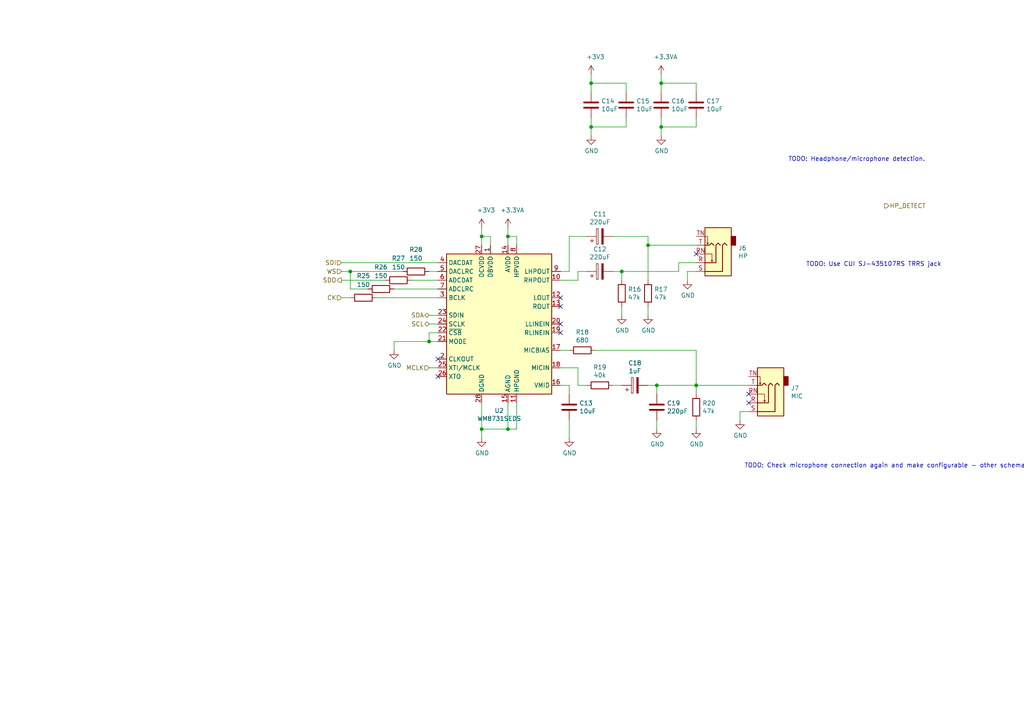
<source format=kicad_sch>
(kicad_sch (version 20201015) (generator eeschema)
  (page 1 7)
  (paper "A4")
  (lib_symbols
    (symbol "Audio:WM8731SEDS"
      (property "Reference" "U" (at -13.97 21.59 0))
      (property "Value" "WM8731SEDS" (at 0 5.08 0))
      (symbol "WM8731SEDS_0_1"
        (rectangle (start -15.24 20.32) (end 15.24 -20.32) (stroke (width 0.254)) (fill (type background)))
      )
      (symbol "WM8731SEDS_1_1"
        (pin power_in line (at -2.54 22.86 270) (length 2.54) (name "DBVDD") (number "1"))
        (pin output line (at 17.78 12.7 180) (length 2.54) (name "RHPOUT") (number "10"))
        (pin power_in line (at 5.08 -22.86 90) (length 2.54) (name "HPGND") (number "11"))
        (pin output line (at 17.78 7.62 180) (length 2.54) (name "LOUT") (number "12"))
        (pin output line (at 17.78 5.08 180) (length 2.54) (name "ROUT") (number "13"))
        (pin power_in line (at 2.54 22.86 270) (length 2.54) (name "AVDD") (number "14"))
        (pin power_in line (at 2.54 -22.86 90) (length 2.54) (name "AGND") (number "15"))
        (pin passive line (at 17.78 -17.78 180) (length 2.54) (name "VMID") (number "16"))
        (pin output line (at 17.78 -7.62 180) (length 2.54) (name "MICBIAS") (number "17"))
        (pin input line (at 17.78 -12.7 180) (length 2.54) (name "MICIN") (number "18"))
        (pin input line (at 17.78 -2.54 180) (length 2.54) (name "RLINEIN") (number "19"))
        (pin output line (at -17.78 -10.16 0) (length 2.54) (name "CLKOUT") (number "2"))
        (pin input line (at 17.78 0 180) (length 2.54) (name "LLINEIN") (number "20"))
        (pin input line (at -17.78 -5.08 0) (length 2.54) (name "MODE") (number "21"))
        (pin input line (at -17.78 -2.54 0) (length 2.54) (name "~CSB") (number "22"))
        (pin bidirectional line (at -17.78 2.54 0) (length 2.54) (name "SDIN") (number "23"))
        (pin input line (at -17.78 0 0) (length 2.54) (name "SCLK") (number "24"))
        (pin input line (at -17.78 -12.7 0) (length 2.54) (name "XTI/MCLK") (number "25"))
        (pin output line (at -17.78 -15.24 0) (length 2.54) (name "XTO") (number "26"))
        (pin power_in line (at -5.08 22.86 270) (length 2.54) (name "DCVDD") (number "27"))
        (pin power_in line (at -5.08 -22.86 90) (length 2.54) (name "DGND") (number "28"))
        (pin bidirectional line (at -17.78 7.62 0) (length 2.54) (name "BCLK") (number "3"))
        (pin input line (at -17.78 17.78 0) (length 2.54) (name "DACDAT") (number "4"))
        (pin bidirectional line (at -17.78 15.24 0) (length 2.54) (name "DACLRC") (number "5"))
        (pin output line (at -17.78 12.7 0) (length 2.54) (name "ADCDAT") (number "6"))
        (pin bidirectional line (at -17.78 10.16 0) (length 2.54) (name "ADCLRC") (number "7"))
        (pin power_in line (at 5.08 22.86 270) (length 2.54) (name "HPVDD") (number "8"))
        (pin output line (at 17.78 15.24 180) (length 2.54) (name "LHPOUT") (number "9"))
      )
    )
    (symbol "Connector:AudioJack3_SwitchTR"
      (property "Reference" "J" (at 0 8.89 0))
      (property "Value" "AudioJack3_SwitchTR" (at 0 6.35 0))
      (symbol "AudioJack3_SwitchTR_0_1"
        (rectangle (start -5.08 -5.08) (end -6.35 -7.62) (stroke (width 0.254)) (fill (type outline)))
        (rectangle (start 2.54 3.81) (end -5.08 -10.16) (stroke (width 0.254)) (fill (type background)))
        (polyline (pts (xy 0.508 -0.254) (xy 0.762 -0.762)))
        (polyline (pts (xy 1.778 -5.334) (xy 2.032 -5.842)))
        (polyline (pts (xy 0 -5.08) (xy 0.635 -5.715) (xy 1.27 -5.08) (xy 2.54 -5.08)) (stroke (width 0.254)))
        (polyline (pts (xy 2.54 -7.62) (xy 1.778 -7.62) (xy 1.778 -5.334) (xy 1.524 -5.842)))
        (polyline (pts (xy 2.54 -2.54) (xy 0.508 -2.54) (xy 0.508 -0.254) (xy 0.254 -0.762)))
        (polyline (pts (xy -1.905 -5.08) (xy -1.27 -5.715) (xy -0.635 -5.08) (xy -0.635 0) (xy 2.54 0)) (stroke (width 0.254)))
        (polyline (pts (xy 2.54 2.54) (xy -2.54 2.54) (xy -2.54 -5.08) (xy -3.175 -5.715) (xy -3.81 -5.08)) (stroke (width 0.254)))
      )
      (symbol "AudioJack3_SwitchTR_1_1"
        (pin passive line (at 5.08 0 180) (length 2.54) (name "~") (number "R"))
        (pin passive line (at 5.08 -2.54 180) (length 2.54) (name "~") (number "RN"))
        (pin passive line (at 5.08 2.54 180) (length 2.54) (name "~") (number "S"))
        (pin passive line (at 5.08 -5.08 180) (length 2.54) (name "~") (number "T"))
        (pin passive line (at 5.08 -7.62 180) (length 2.54) (name "~") (number "TN"))
      )
    )
    (symbol "Device:C" (pin_numbers hide) (pin_names (offset 0.254))
      (property "Reference" "C" (at 0.635 2.54 0))
      (property "Value" "C" (at 0.635 -2.54 0))
      (symbol "C_0_1"
        (polyline (pts (xy -2.032 -0.762) (xy 2.032 -0.762)) (stroke (width 0.508)))
        (polyline (pts (xy -2.032 0.762) (xy 2.032 0.762)) (stroke (width 0.508)))
      )
      (symbol "C_1_1"
        (pin passive line (at 0 3.81 270) (length 2.794) (name "~") (number "1"))
        (pin passive line (at 0 -3.81 90) (length 2.794) (name "~") (number "2"))
      )
    )
    (symbol "Device:C_Polarized" (pin_numbers hide) (pin_names (offset 0.254))
      (property "Reference" "C" (at 0.635 2.54 0))
      (property "Value" "C_Polarized" (at 0.635 -2.54 0))
      (symbol "C_Polarized_0_1"
        (rectangle (start -2.286 0.508) (end 2.286 1.016))
        (rectangle (start 2.286 -0.508) (end -2.286 -1.016) (fill (type outline)))
        (polyline (pts (xy -1.778 2.286) (xy -0.762 2.286)))
        (polyline (pts (xy -1.27 2.794) (xy -1.27 1.778)))
      )
      (symbol "C_Polarized_1_1"
        (pin passive line (at 0 3.81 270) (length 2.794) (name "~") (number "1"))
        (pin passive line (at 0 -3.81 90) (length 2.794) (name "~") (number "2"))
      )
    )
    (symbol "Device:R" (pin_numbers hide) (pin_names (offset 0))
      (property "Reference" "R" (at 2.032 0 90))
      (property "Value" "R" (at 0 0 90))
      (symbol "R_0_1"
        (rectangle (start -1.016 -2.54) (end 1.016 2.54) (stroke (width 0.254)))
      )
      (symbol "R_1_1"
        (pin passive line (at 0 3.81 270) (length 1.27) (name "~") (number "1"))
        (pin passive line (at 0 -3.81 90) (length 1.27) (name "~") (number "2"))
      )
    )
    (symbol "power:+3.3VA" (power) (pin_names (offset 0))
      (property "Value" "+3.3VA" (at 0 3.556 0))
      (symbol "+3.3VA_0_1"
        (polyline (pts (xy -0.762 1.27) (xy 0 2.54)))
        (polyline (pts (xy 0 0) (xy 0 2.54)))
        (polyline (pts (xy 0 2.54) (xy 0.762 1.27)))
      )
      (symbol "+3.3VA_1_1"
        (pin power_in line (at 0 0 90) (length 0) hide (name "+3.3VA") (number "1"))
      )
    )
    (symbol "power:+3V3" (power) (pin_names (offset 0))
      (property "Value" "+3V3" (at 0 3.556 0))
      (symbol "+3V3_0_1"
        (polyline (pts (xy -0.762 1.27) (xy 0 2.54)))
        (polyline (pts (xy 0 0) (xy 0 2.54)))
        (polyline (pts (xy 0 2.54) (xy 0.762 1.27)))
      )
      (symbol "+3V3_1_1"
        (pin power_in line (at 0 0 90) (length 0) hide (name "+3V3") (number "1"))
      )
    )
    (symbol "power:GND" (power) (pin_names (offset 0))
      (property "Value" "GND" (at 0 -3.81 0))
      (symbol "GND_0_1"
        (polyline (pts (xy 0 0) (xy 0 -1.27) (xy 1.27 -1.27) (xy 0 -2.54) (xy -1.27 -1.27) (xy 0 -1.27)))
      )
      (symbol "GND_1_1"
        (pin power_in line (at 0 0 270) (length 0) hide (name "GND") (number "1"))
      )
    )
  )
  (junction (at 101.6 78.74) (diameter 0.9144))
  (junction (at 124.46 99.06) (diameter 0.9144))
  (junction (at 139.7 68.58) (diameter 0.9144))
  (junction (at 139.7 124.46) (diameter 0.9144))
  (junction (at 147.32 68.58) (diameter 0.9144))
  (junction (at 147.32 124.46) (diameter 0.9144))
  (junction (at 171.45 24.13) (diameter 0.9144))
  (junction (at 171.45 36.83) (diameter 0.9144))
  (junction (at 180.34 78.74) (diameter 0.9144))
  (junction (at 187.96 71.12) (diameter 0.9144))
  (junction (at 190.5 111.76) (diameter 0.9144))
  (junction (at 191.77 24.13) (diameter 0.9144))
  (junction (at 191.77 36.83) (diameter 0.9144))
  (junction (at 201.93 111.76) (diameter 0.9144))
  (no_connect (at 162.56 88.9))
  (no_connect (at 201.93 73.66))
  (no_connect (at 162.56 93.98))
  (no_connect (at 162.56 96.52))
  (no_connect (at 162.56 86.36))
  (no_connect (at 217.17 116.84))
  (no_connect (at 217.17 114.3))
  (no_connect (at 127 109.22))
  (no_connect (at 127 104.14))
  (wire (pts (xy 99.06 76.2) (xy 127 76.2)))
  (wire (pts (xy 99.06 78.74) (xy 101.6 78.74)))
  (wire (pts (xy 99.06 81.28) (xy 111.76 81.28)))
  (wire (pts (xy 99.06 86.36) (xy 101.6 86.36)))
  (wire (pts (xy 101.6 78.74) (xy 101.6 83.82)))
  (wire (pts (xy 101.6 78.74) (xy 116.84 78.74)))
  (wire (pts (xy 101.6 83.82) (xy 106.68 83.82)))
  (wire (pts (xy 109.22 86.36) (xy 127 86.36)))
  (wire (pts (xy 114.3 83.82) (xy 127 83.82)))
  (wire (pts (xy 114.3 99.06) (xy 124.46 99.06)))
  (wire (pts (xy 114.3 101.6) (xy 114.3 99.06)))
  (wire (pts (xy 119.38 81.28) (xy 127 81.28)))
  (wire (pts (xy 124.46 78.74) (xy 127 78.74)))
  (wire (pts (xy 124.46 91.44) (xy 127 91.44)))
  (wire (pts (xy 124.46 93.98) (xy 127 93.98)))
  (wire (pts (xy 124.46 96.52) (xy 124.46 99.06)))
  (wire (pts (xy 124.46 99.06) (xy 127 99.06)))
  (wire (pts (xy 124.46 106.68) (xy 127 106.68)))
  (wire (pts (xy 127 96.52) (xy 124.46 96.52)))
  (wire (pts (xy 139.7 66.04) (xy 139.7 68.58)))
  (wire (pts (xy 139.7 68.58) (xy 142.24 68.58)))
  (wire (pts (xy 139.7 71.12) (xy 139.7 68.58)))
  (wire (pts (xy 139.7 124.46) (xy 139.7 116.84)))
  (wire (pts (xy 139.7 124.46) (xy 139.7 127)))
  (wire (pts (xy 142.24 71.12) (xy 142.24 68.58)))
  (wire (pts (xy 147.32 66.04) (xy 147.32 68.58)))
  (wire (pts (xy 147.32 68.58) (xy 149.86 68.58)))
  (wire (pts (xy 147.32 71.12) (xy 147.32 68.58)))
  (wire (pts (xy 147.32 116.84) (xy 147.32 124.46)))
  (wire (pts (xy 147.32 124.46) (xy 139.7 124.46)))
  (wire (pts (xy 149.86 68.58) (xy 149.86 71.12)))
  (wire (pts (xy 149.86 116.84) (xy 149.86 124.46)))
  (wire (pts (xy 149.86 124.46) (xy 147.32 124.46)))
  (wire (pts (xy 162.56 78.74) (xy 165.1 78.74)))
  (wire (pts (xy 162.56 81.28) (xy 167.64 81.28)))
  (wire (pts (xy 162.56 101.6) (xy 165.1 101.6)))
  (wire (pts (xy 162.56 106.68) (xy 167.64 106.68)))
  (wire (pts (xy 162.56 111.76) (xy 165.1 111.76)))
  (wire (pts (xy 165.1 68.58) (xy 170.18 68.58)))
  (wire (pts (xy 165.1 78.74) (xy 165.1 68.58)))
  (wire (pts (xy 165.1 114.3) (xy 165.1 111.76)))
  (wire (pts (xy 165.1 121.92) (xy 165.1 127)))
  (wire (pts (xy 167.64 78.74) (xy 170.18 78.74)))
  (wire (pts (xy 167.64 81.28) (xy 167.64 78.74)))
  (wire (pts (xy 167.64 106.68) (xy 167.64 111.76)))
  (wire (pts (xy 167.64 111.76) (xy 170.18 111.76)))
  (wire (pts (xy 171.45 21.59) (xy 171.45 24.13)))
  (wire (pts (xy 171.45 24.13) (xy 181.61 24.13)))
  (wire (pts (xy 171.45 26.67) (xy 171.45 24.13)))
  (wire (pts (xy 171.45 34.29) (xy 171.45 36.83)))
  (wire (pts (xy 171.45 36.83) (xy 171.45 39.37)))
  (wire (pts (xy 171.45 36.83) (xy 181.61 36.83)))
  (wire (pts (xy 177.8 68.58) (xy 187.96 68.58)))
  (wire (pts (xy 177.8 78.74) (xy 180.34 78.74)))
  (wire (pts (xy 177.8 111.76) (xy 180.34 111.76)))
  (wire (pts (xy 180.34 78.74) (xy 180.34 81.28)))
  (wire (pts (xy 180.34 88.9) (xy 180.34 91.44)))
  (wire (pts (xy 181.61 26.67) (xy 181.61 24.13)))
  (wire (pts (xy 181.61 34.29) (xy 181.61 36.83)))
  (wire (pts (xy 187.96 68.58) (xy 187.96 71.12)))
  (wire (pts (xy 187.96 71.12) (xy 187.96 81.28)))
  (wire (pts (xy 187.96 91.44) (xy 187.96 88.9)))
  (wire (pts (xy 187.96 111.76) (xy 190.5 111.76)))
  (wire (pts (xy 190.5 111.76) (xy 190.5 114.3)))
  (wire (pts (xy 190.5 121.92) (xy 190.5 124.46)))
  (wire (pts (xy 191.77 21.59) (xy 191.77 24.13)))
  (wire (pts (xy 191.77 24.13) (xy 201.93 24.13)))
  (wire (pts (xy 191.77 26.67) (xy 191.77 24.13)))
  (wire (pts (xy 191.77 36.83) (xy 191.77 34.29)))
  (wire (pts (xy 191.77 36.83) (xy 191.77 39.37)))
  (wire (pts (xy 191.77 36.83) (xy 201.93 36.83)))
  (wire (pts (xy 196.85 76.2) (xy 196.85 78.74)))
  (wire (pts (xy 196.85 78.74) (xy 180.34 78.74)))
  (wire (pts (xy 199.39 78.74) (xy 199.39 81.28)))
  (wire (pts (xy 201.93 24.13) (xy 201.93 26.67)))
  (wire (pts (xy 201.93 36.83) (xy 201.93 34.29)))
  (wire (pts (xy 201.93 71.12) (xy 187.96 71.12)))
  (wire (pts (xy 201.93 76.2) (xy 196.85 76.2)))
  (wire (pts (xy 201.93 78.74) (xy 199.39 78.74)))
  (wire (pts (xy 201.93 101.6) (xy 172.72 101.6)))
  (wire (pts (xy 201.93 111.76) (xy 190.5 111.76)))
  (wire (pts (xy 201.93 111.76) (xy 201.93 101.6)))
  (wire (pts (xy 201.93 114.3) (xy 201.93 111.76)))
  (wire (pts (xy 201.93 124.46) (xy 201.93 121.92)))
  (wire (pts (xy 214.63 119.38) (xy 214.63 121.92)))
  (wire (pts (xy 217.17 111.76) (xy 201.93 111.76)))
  (wire (pts (xy 217.17 119.38) (xy 214.63 119.38)))
  (text "TODO: Check microphone connection again and make configurable - other schematics connect only the ring!" (at 215.9 135.89 0) (effects (font (size 1.27 1.27)) (justify left bottom)))
  (text "TODO: Headphone/microphone detection." (at 228.6 46.99 0) (effects (font (size 1.27 1.27)) (justify left bottom)))
  (text "TODO: Use CUI SJ-435107RS TRRS jack" (at 273.05 77.47 180) (effects (font (size 1.27 1.27)) (justify right bottom)))
  (hierarchical_label "SDI" (shape input) (at 99.06 76.2 180))
  (hierarchical_label "WS" (shape input) (at 99.06 78.74 180))
  (hierarchical_label "SDO" (shape output) (at 99.06 81.28 180))
  (hierarchical_label "CK" (shape input) (at 99.06 86.36 180))
  (hierarchical_label "SDA" (shape bidirectional) (at 124.46 91.44 180))
  (hierarchical_label "SCL" (shape bidirectional) (at 124.46 93.98 180))
  (hierarchical_label "MCLK" (shape input) (at 124.46 106.68 180))
  (hierarchical_label "HP_DETECT" (shape output) (at 256.54 59.69 0))
  (symbol (lib_id "power:+3V3") (at 139.7 66.04 0) (unit 1)
    (property "Reference" "#PWR0154" (effects hide))
    (property "Value" "+3V3" (at 140.97 60.96 0))
  )
  (symbol (lib_id "power:+3.3VA") (at 147.32 66.04 0) (unit 1)
    (property "Reference" "#PWR0155" (effects hide))
    (property "Value" "+3.3VA" (at 148.59 60.96 0))
  )
  (symbol (lib_id "power:+3V3") (at 171.45 21.59 0) (unit 1)
    (property "Reference" "#PWR0153" (effects hide))
    (property "Value" "+3V3" (at 172.72 16.51 0))
  )
  (symbol (lib_id "power:+3.3VA") (at 191.77 21.59 0) (unit 1)
    (property "Reference" "#PWR0151" (effects hide))
    (property "Value" "+3.3VA" (at 193.04 16.51 0))
  )
  (symbol (lib_id "power:GND") (at 114.3 101.6 0) (unit 1)
    (property "Reference" "#PWR0156" (effects hide))
    (property "Value" "GND" (at 114.427 105.9942 0))
  )
  (symbol (lib_id "power:GND") (at 139.7 127 0) (unit 1)
    (property "Reference" "#PWR0119" (effects hide))
    (property "Value" "GND" (at 139.827 131.3942 0))
  )
  (symbol (lib_id "power:GND") (at 165.1 127 0) (unit 1)
    (property "Reference" "#PWR0120" (effects hide))
    (property "Value" "GND" (at 165.227 131.3942 0))
  )
  (symbol (lib_id "power:GND") (at 171.45 39.37 0) (unit 1)
    (property "Reference" "#PWR0121" (effects hide))
    (property "Value" "GND" (at 171.577 43.7642 0))
  )
  (symbol (lib_id "power:GND") (at 180.34 91.44 0) (unit 1)
    (property "Reference" "#PWR0122" (effects hide))
    (property "Value" "GND" (at 180.467 95.8342 0))
  )
  (symbol (lib_id "power:GND") (at 187.96 91.44 0) (unit 1)
    (property "Reference" "#PWR0123" (effects hide))
    (property "Value" "GND" (at 188.087 95.8342 0))
  )
  (symbol (lib_id "power:GND") (at 190.5 124.46 0) (unit 1)
    (property "Reference" "#PWR0125" (effects hide))
    (property "Value" "GND" (at 190.627 128.8542 0))
  )
  (symbol (lib_id "power:GND") (at 191.77 39.37 0) (unit 1)
    (property "Reference" "#PWR0152" (effects hide))
    (property "Value" "GND" (at 191.897 43.7642 0))
  )
  (symbol (lib_id "power:GND") (at 199.39 81.28 0) (unit 1)
    (property "Reference" "#PWR0124" (effects hide))
    (property "Value" "GND" (at 199.517 85.6742 0))
  )
  (symbol (lib_id "power:GND") (at 201.93 124.46 0) (unit 1)
    (property "Reference" "#PWR0126" (effects hide))
    (property "Value" "GND" (at 202.057 128.8542 0))
  )
  (symbol (lib_id "power:GND") (at 214.63 121.92 0) (unit 1)
    (property "Reference" "#PWR0127" (effects hide))
    (property "Value" "GND" (at 214.757 126.3142 0))
  )
  (symbol (lib_id "Device:R") (at 105.41 86.36 90) (unit 1)
    (property "Reference" "R25" (at 105.41 80.01 90))
    (property "Value" "150" (at 105.41 82.55 90))
    (property "Footprint" "Resistor_SMD:R_0603_1608Metric" (effects hide))
  )
  (symbol (lib_id "Device:R") (at 110.49 83.82 90) (unit 1)
    (property "Reference" "R26" (at 110.49 77.47 90))
    (property "Value" "150" (at 110.49 80.01 90))
    (property "Footprint" "Resistor_SMD:R_0603_1608Metric" (effects hide))
  )
  (symbol (lib_id "Device:R") (at 115.57 81.28 90) (unit 1)
    (property "Reference" "R27" (at 115.57 74.93 90))
    (property "Value" "150" (at 115.57 77.47 90))
    (property "Footprint" "Resistor_SMD:R_0603_1608Metric" (effects hide))
  )
  (symbol (lib_id "Device:R") (at 120.65 78.74 90) (unit 1)
    (property "Reference" "R28" (at 120.65 72.39 90))
    (property "Value" "150" (at 120.65 74.93 90))
    (property "Footprint" "Resistor_SMD:R_0603_1608Metric" (effects hide))
  )
  (symbol (lib_id "Device:R") (at 168.91 101.6 270) (unit 1)
    (property "Reference" "R18" (at 168.91 96.3422 90))
    (property "Value" "680" (at 168.91 98.6536 90))
    (property "Footprint" "Resistor_SMD:R_0603_1608Metric" (effects hide))
  )
  (symbol (lib_id "Device:R") (at 173.99 111.76 270) (unit 1)
    (property "Reference" "R19" (at 173.99 106.5022 90))
    (property "Value" "40k" (at 173.99 108.8136 90))
    (property "Footprint" "Resistor_SMD:R_0603_1608Metric" (effects hide))
  )
  (symbol (lib_id "Device:R") (at 180.34 85.09 0) (unit 1)
    (property "Reference" "R16" (at 182.118 83.9216 0) (effects (justify left)))
    (property "Value" "47k" (at 182.118 86.233 0) (effects (justify left)))
    (property "Footprint" "Resistor_SMD:R_0603_1608Metric" (effects hide))
  )
  (symbol (lib_id "Device:R") (at 187.96 85.09 0) (unit 1)
    (property "Reference" "R17" (at 189.738 83.9216 0) (effects (justify left)))
    (property "Value" "47k" (at 189.738 86.233 0) (effects (justify left)))
    (property "Footprint" "Resistor_SMD:R_0603_1608Metric" (effects hide))
  )
  (symbol (lib_id "Device:R") (at 201.93 118.11 0) (unit 1)
    (property "Reference" "R20" (at 203.708 116.9416 0) (effects (justify left)))
    (property "Value" "47k" (at 203.708 119.253 0) (effects (justify left)))
    (property "Footprint" "Resistor_SMD:R_0603_1608Metric" (effects hide))
  )
  (symbol (lib_id "Device:C") (at 165.1 118.11 0) (unit 1)
    (property "Reference" "C13" (at 168.021 116.9416 0) (effects (justify left)))
    (property "Value" "10uF" (at 168.021 119.253 0) (effects (justify left)))
    (property "Footprint" "Capacitor_SMD:C_0805_2012Metric" (effects hide))
    (property "Part Name" "Taiyo Yuden LMK212F106ZG-T" (effects hide))
  )
  (symbol (lib_id "Device:C") (at 171.45 30.48 0) (unit 1)
    (property "Reference" "C14" (at 174.371 29.3116 0) (effects (justify left)))
    (property "Value" "10uF" (at 174.371 31.623 0) (effects (justify left)))
    (property "Footprint" "Capacitor_SMD:C_0805_2012Metric" (effects hide))
    (property "Part Name" "Taiyo Yuden LMK212F106ZG-T" (effects hide))
  )
  (symbol (lib_id "Device:C_Polarized") (at 173.99 68.58 90) (unit 1)
    (property "Reference" "C11" (at 173.99 62.103 90))
    (property "Value" "220uF" (at 173.99 64.4144 90))
    (property "Footprint" "Capacitor_SMD:CP_Elec_6.3x7.7" (effects hide))
  )
  (symbol (lib_id "Device:C_Polarized") (at 173.99 78.74 90) (unit 1)
    (property "Reference" "C12" (at 173.99 72.263 90))
    (property "Value" "220uF" (at 173.99 74.5744 90))
    (property "Footprint" "Capacitor_SMD:CP_Elec_6.3x7.7" (effects hide))
  )
  (symbol (lib_id "Device:C") (at 181.61 30.48 0) (unit 1)
    (property "Reference" "C15" (at 184.531 29.3116 0) (effects (justify left)))
    (property "Value" "10uF" (at 184.531 31.623 0) (effects (justify left)))
    (property "Footprint" "Capacitor_SMD:C_0805_2012Metric" (effects hide))
    (property "Part Name" "Taiyo Yuden LMK212F106ZG-T" (effects hide))
  )
  (symbol (lib_id "Device:C_Polarized") (at 184.15 111.76 90) (unit 1)
    (property "Reference" "C18" (at 184.15 105.283 90))
    (property "Value" "1uF" (at 184.15 107.5944 90))
    (property "Footprint" "Capacitor_SMD:CP_Elec_4x5.4" (effects hide))
  )
  (symbol (lib_id "Device:C") (at 190.5 118.11 0) (unit 1)
    (property "Reference" "C19" (at 193.421 116.9416 0) (effects (justify left)))
    (property "Value" "220pF" (at 193.421 119.253 0) (effects (justify left)))
    (property "Footprint" "Capacitor_SMD:C_0603_1608Metric" (effects hide))
    (property "Part Name" "Vishay VJ0603A221JNAAO" (effects hide))
  )
  (symbol (lib_id "Device:C") (at 191.77 30.48 0) (unit 1)
    (property "Reference" "C16" (at 194.691 29.3116 0) (effects (justify left)))
    (property "Value" "10uF" (at 194.691 31.623 0) (effects (justify left)))
    (property "Footprint" "Capacitor_SMD:C_0805_2012Metric" (effects hide))
    (property "Part Name" "Taiyo Yuden LMK212F106ZG-T" (effects hide))
  )
  (symbol (lib_id "Device:C") (at 201.93 30.48 0) (unit 1)
    (property "Reference" "C17" (at 204.851 29.3116 0) (effects (justify left)))
    (property "Value" "10uF" (at 204.851 31.623 0) (effects (justify left)))
    (property "Footprint" "Capacitor_SMD:C_0805_2012Metric" (effects hide))
    (property "Part Name" "Taiyo Yuden LMK212F106ZG-T" (effects hide))
  )
  (symbol (lib_id "Connector:AudioJack3_SwitchTR") (at 207.01 76.2 180) (unit 1)
    (property "Reference" "J6" (at 214.122 71.9582 0) (effects (justify right)))
    (property "Value" "HP" (at 214.122 74.2696 0) (effects (justify right)))
    (property "Footprint" "HackAmp-Footprints:Jack_3.5mm_Switchcraft_35RASMT4BHNTRX_Horizontal" (effects hide))
    (property "Part Name" "Switchcraft 35RASMT4BHNTRX" (effects hide))
  )
  (symbol (lib_id "Connector:AudioJack3_SwitchTR") (at 222.25 116.84 180) (unit 1)
    (property "Reference" "J7" (at 229.362 112.5982 0) (effects (justify right)))
    (property "Value" "MIC" (at 229.362 114.9096 0) (effects (justify right)))
    (property "Footprint" "HackAmp-Footprints:Jack_3.5mm_Switchcraft_35RASMT4BHNTRX_Horizontal" (effects hide))
    (property "Part Name" "Switchcraft 35RASMT4BHNTRX" (effects hide))
  )
  (symbol (lib_id "Audio:WM8731SEDS") (at 144.78 93.98 0) (unit 1)
    (property "Reference" "U2" (at 144.78 119.1006 0))
    (property "Value" "WM8731SEDS" (at 144.78 121.412 0))
    (property "Footprint" "Package_SO:SSOP-28_5.3x10.2mm_P0.65mm" (effects hide))
    (property "Datasheet" "https://statics.cirrus.com/pubs/proDatasheet/WM8731_v4.9.pdf" (effects hide))
  )
)
</source>
